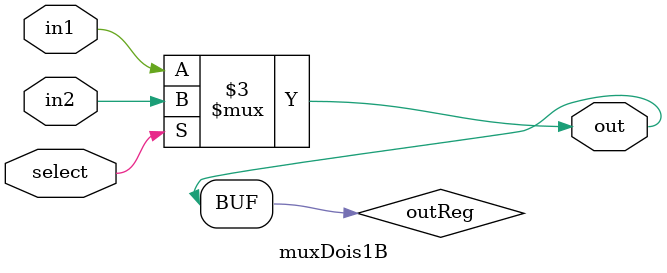
<source format=v>
module muxDois1B(in1,in2,select,out);
	input in1, in2,select;
	output wire out;
	reg outReg;
	assign out = outReg;
	always @(*) 
		if(select) outReg = in2;
		else outReg = in1;
endmodule
</source>
